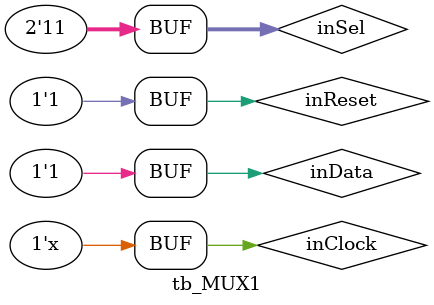
<source format=sv>
`timescale 1ns / 1ps
 
module tb_MUX1();

    parameter	CLK_PERIOD = 20 ; 
    reg         inClock		;
    reg			inReset  	;
    reg	[1:0]	inSel   	;
    reg			inData  	;
    reg	[3:0]   outData   	;


initial begin : init
	inClock = 1'b1  ;
	inReset = 1'b1  ;
	inData  = 1'b0  ;
	inSel   = 2'b00 ;
end
 

always #10	inClock = ~inClock ;


initial begin : RESET
	for(int i = 0; i < 5; i++) begin
		inReset = 1'b0 ;
		#CLK_PERIOD ;	
	end
	inReset = 1'b1 ;
end













initial begin : DATA
		for(int i = 0; i < 5; i++) begin
			#CLK_PERIOD ;	
		end
		
		inData = 1'b0;
		for(int i = 0; i < 8; i++) begin
			#CLK_PERIOD ;	
		end
		
		inData = 1'b1;
end	 

initial begin : SEL
		for(int i = 0; i < 5; i++) begin
			#CLK_PERIOD ;	
		end
		
		for(int j = 0; j < 2; j++) begin
			inSel = 2'b00;
			#CLK_PERIOD ; #CLK_PERIOD ;
		
			inSel = 2'b01;
			#CLK_PERIOD ; #CLK_PERIOD ;
		
			inSel = 2'b10;
			#CLK_PERIOD ; #CLK_PERIOD ;
		
			inSel = 2'b11;
			#CLK_PERIOD ; #CLK_PERIOD ;
		end
end	

MUX1 u_mux1 (
	.inClock (inClock) ,
	.inReset (inReset) ,
	.inData  (inData)  ,
	.inSel   (inSel)   ,
	.outData (outData) 
) ;

endmodule










</source>
